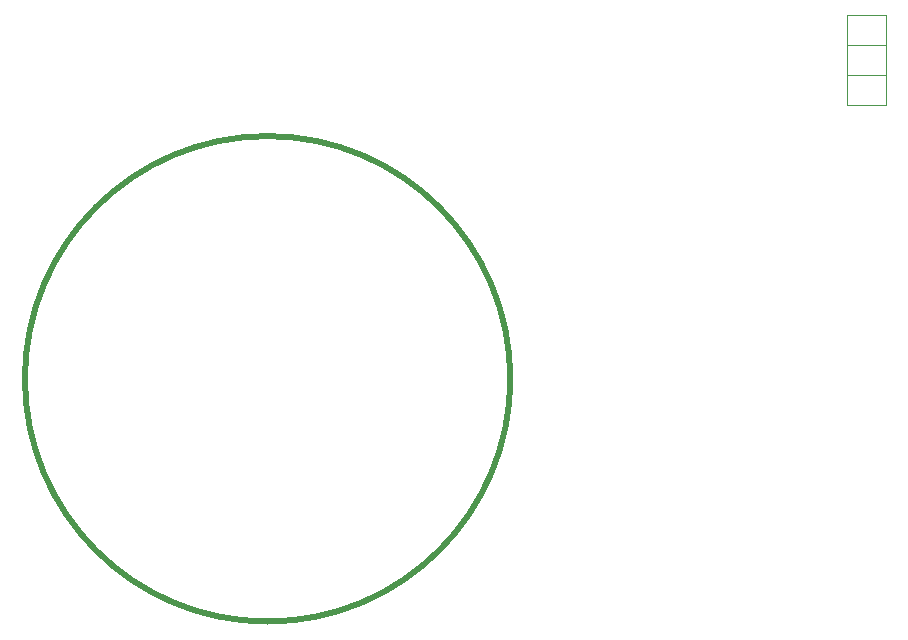
<source format=gbr>
%TF.GenerationSoftware,KiCad,Pcbnew,(6.0.4)*%
%TF.CreationDate,2022-06-21T15:17:04+02:00*%
%TF.ProjectId,konafa,6b6f6e61-6661-42e6-9b69-6361645f7063,v1.0.0*%
%TF.SameCoordinates,Original*%
%TF.FileFunction,Other,User*%
%FSLAX46Y46*%
G04 Gerber Fmt 4.6, Leading zero omitted, Abs format (unit mm)*
G04 Created by KiCad (PCBNEW (6.0.4)) date 2022-06-21 15:17:04*
%MOMM*%
%LPD*%
G01*
G04 APERTURE LIST*
%ADD10C,0.050000*%
%ADD11C,0.550000*%
G04 APERTURE END LIST*
D10*
%TO.C,MCU1*%
X154676477Y115633254D02*
X157976477Y115633254D01*
X157976477Y113053254D02*
X154676477Y113053254D01*
X154676477Y110553254D02*
X154676477Y113053254D01*
X157976477Y118133254D02*
X157976477Y115633254D01*
X157976477Y115593254D02*
X154676477Y115593254D01*
X154676477Y113093254D02*
X157976477Y113093254D01*
X154676477Y113093254D02*
X154676477Y115593254D01*
X154676477Y110553254D02*
X157976477Y110553254D01*
X157976477Y118133254D02*
X154676477Y118133254D01*
X154676477Y115633254D02*
X154676477Y118133254D01*
X157976477Y113053254D02*
X157976477Y110553254D01*
X157976477Y115593254D02*
X157976477Y113093254D01*
D11*
%TO.C,REF\u002A\u002A*%
X126135532Y87373099D02*
G75*
G03*
X126135532Y87373099I-20550000J0D01*
G01*
%TD*%
M02*

</source>
